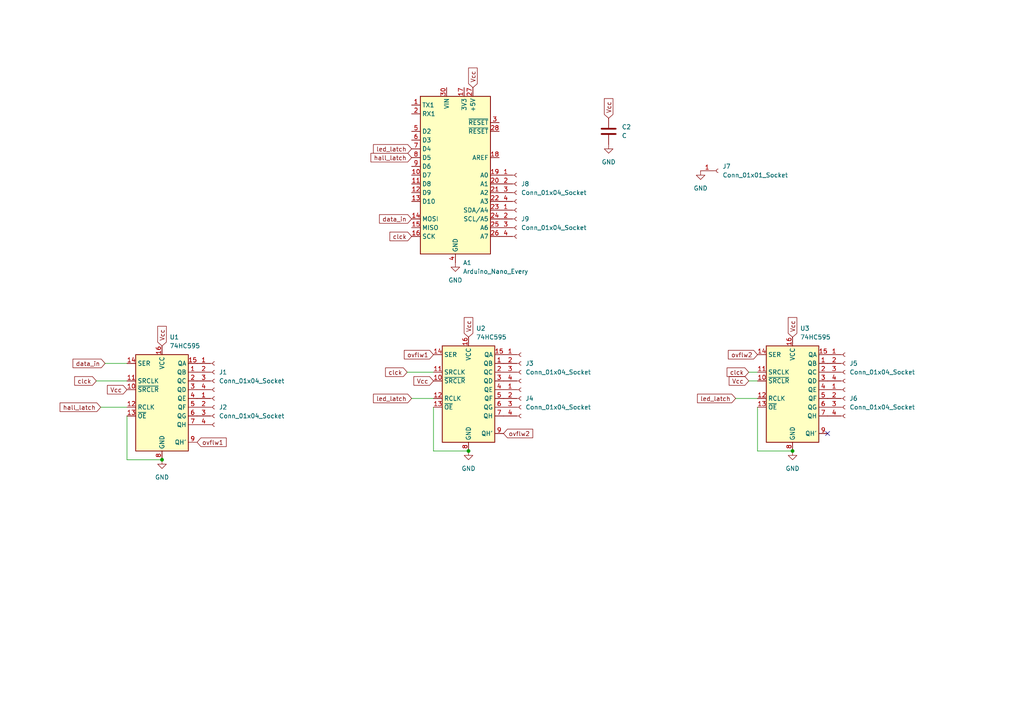
<source format=kicad_sch>
(kicad_sch (version 20230121) (generator eeschema)
  (paper "A4")
  (lib_symbols
    (symbol "74xx:74HC595"
      (property "Reference" "U" (at -7.62 13.97 0))
      (property "Value" "74HC595" (at -7.62 -16.51 0))
      (symbol "74HC595_1_0"
        (pin tri_state line (at 10.16 7.62 180) (length 2.54) (name "QB") (number "1"))
        (pin input line (at -10.16 2.54 0) (length 2.54) (name "~{SRCLR}") (number "10"))
        (pin input line (at -10.16 5.08 0) (length 2.54) (name "SRCLK") (number "11"))
        (pin input line (at -10.16 -2.54 0) (length 2.54) (name "RCLK") (number "12"))
        (pin input line (at -10.16 -5.08 0) (length 2.54) (name "~{OE}") (number "13"))
        (pin input line (at -10.16 10.16 0) (length 2.54) (name "SER") (number "14"))
        (pin tri_state line (at 10.16 10.16 180) (length 2.54) (name "QA") (number "15"))
        (pin power_in line (at 0 15.24 270) (length 2.54) (name "VCC") (number "16"))
        (pin tri_state line (at 10.16 5.08 180) (length 2.54) (name "QC") (number "2"))
        (pin tri_state line (at 10.16 2.54 180) (length 2.54) (name "QD") (number "3"))
        (pin tri_state line (at 10.16 0 180) (length 2.54) (name "QE") (number "4"))
        (pin tri_state line (at 10.16 -2.54 180) (length 2.54) (name "QF") (number "5"))
        (pin tri_state line (at 10.16 -5.08 180) (length 2.54) (name "QG") (number "6"))
        (pin tri_state line (at 10.16 -7.62 180) (length 2.54) (name "QH") (number "7"))
        (pin power_in line (at 0 -17.78 90) (length 2.54) (name "GND") (number "8"))
        (pin output line (at 10.16 -12.7 180) (length 2.54) (name "QH'") (number "9"))
      )
      (symbol "74HC595_1_1"
        (rectangle (start -7.62 12.7) (end 7.62 -15.24) (stroke (width 0.254)) (fill (type background)))
      )
    )
    (symbol "Connector:Conn_01x01_Socket" (pin_names (offset 1.016) hide)
      (property "Reference" "J" (at 0 2.54 0))
      (property "Value" "Conn_01x01_Socket" (at 0 -2.54 0))
      (symbol "Conn_01x01_Socket_1_1"
        (polyline (pts (xy -1.27 0) (xy -0.508 0)) (stroke (width 0.1524)))
        (arc (start 0 0.508) (mid -0.5058 0) (end 0 -0.508) (stroke (width 0.1524)))
        (pin passive line (at -5.08 0 0) (length 3.81) (name "Pin_1") (number "1"))
      )
    )
    (symbol "Connector:Conn_01x04_Socket" (pin_names (offset 1.016) hide)
      (property "Reference" "J" (at 0 5.08 0))
      (property "Value" "Conn_01x04_Socket" (at 0 -7.62 0))
      (symbol "Conn_01x04_Socket_1_1"
        (arc (start 0 -4.572) (mid -0.5058 -5.08) (end 0 -5.588) (stroke (width 0.1524)))
        (arc (start 0 -2.032) (mid -0.5058 -2.54) (end 0 -3.048) (stroke (width 0.1524)))
        (polyline (pts (xy -1.27 -5.08) (xy -0.508 -5.08)) (stroke (width 0.1524)))
        (polyline (pts (xy -1.27 -2.54) (xy -0.508 -2.54)) (stroke (width 0.1524)))
        (polyline (pts (xy -1.27 0) (xy -0.508 0)) (stroke (width 0.1524)))
        (polyline (pts (xy -1.27 2.54) (xy -0.508 2.54)) (stroke (width 0.1524)))
        (arc (start 0 0.508) (mid -0.5058 0) (end 0 -0.508) (stroke (width 0.1524)))
        (arc (start 0 3.048) (mid -0.5058 2.54) (end 0 2.032) (stroke (width 0.1524)))
        (pin passive line (at -5.08 2.54 0) (length 3.81) (name "Pin_1") (number "1"))
        (pin passive line (at -5.08 0 0) (length 3.81) (name "Pin_2") (number "2"))
        (pin passive line (at -5.08 -2.54 0) (length 3.81) (name "Pin_3") (number "3"))
        (pin passive line (at -5.08 -5.08 0) (length 3.81) (name "Pin_4") (number "4"))
      )
    )
    (symbol "Device:C" (pin_numbers hide) (pin_names (offset 0.254))
      (property "Reference" "C" (at 0.635 2.54 0))
      (property "Value" "C" (at 0.635 -2.54 0))
      (symbol "C_0_1"
        (polyline (pts (xy -2.032 -0.762) (xy 2.032 -0.762)) (stroke (width 0.508)))
        (polyline (pts (xy -2.032 0.762) (xy 2.032 0.762)) (stroke (width 0.508)))
      )
      (symbol "C_1_1"
        (pin passive line (at 0 3.81 270) (length 2.794) (name "~") (number "1"))
        (pin passive line (at 0 -3.81 90) (length 2.794) (name "~") (number "2"))
      )
    )
    (symbol "MCU_Module:Arduino_Nano_Every"
      (property "Reference" "A" (at -10.16 23.495 0))
      (property "Value" "Arduino_Nano_Every" (at 5.08 -24.13 0))
      (symbol "Arduino_Nano_Every_0_1"
        (rectangle (start -10.16 22.86) (end 10.16 -22.86) (stroke (width 0.254)) (fill (type background)))
      )
      (symbol "Arduino_Nano_Every_1_1"
        (pin bidirectional line (at -12.7 20.32 0) (length 2.54) (name "TX1") (number "1"))
        (pin bidirectional line (at -12.7 0 0) (length 2.54) (name "D7") (number "10"))
        (pin bidirectional line (at -12.7 -2.54 0) (length 2.54) (name "D8") (number "11"))
        (pin bidirectional line (at -12.7 -5.08 0) (length 2.54) (name "D9") (number "12"))
        (pin bidirectional line (at -12.7 -7.62 0) (length 2.54) (name "D10") (number "13"))
        (pin bidirectional line (at -12.7 -12.7 0) (length 2.54) (name "MOSI") (number "14"))
        (pin bidirectional line (at -12.7 -15.24 0) (length 2.54) (name "MISO") (number "15"))
        (pin bidirectional line (at -12.7 -17.78 0) (length 2.54) (name "SCK") (number "16"))
        (pin power_out line (at 2.54 25.4 270) (length 2.54) (name "3V3") (number "17"))
        (pin input line (at 12.7 5.08 180) (length 2.54) (name "AREF") (number "18"))
        (pin bidirectional line (at 12.7 0 180) (length 2.54) (name "A0") (number "19"))
        (pin bidirectional line (at -12.7 17.78 0) (length 2.54) (name "RX1") (number "2"))
        (pin bidirectional line (at 12.7 -2.54 180) (length 2.54) (name "A1") (number "20"))
        (pin bidirectional line (at 12.7 -5.08 180) (length 2.54) (name "A2") (number "21"))
        (pin bidirectional line (at 12.7 -7.62 180) (length 2.54) (name "A3") (number "22"))
        (pin bidirectional line (at 12.7 -10.16 180) (length 2.54) (name "SDA/A4") (number "23"))
        (pin bidirectional line (at 12.7 -12.7 180) (length 2.54) (name "SCL/A5") (number "24"))
        (pin bidirectional line (at 12.7 -15.24 180) (length 2.54) (name "A6") (number "25"))
        (pin bidirectional line (at 12.7 -17.78 180) (length 2.54) (name "A7") (number "26"))
        (pin power_out line (at 5.08 25.4 270) (length 2.54) (name "+5V") (number "27"))
        (pin input line (at 12.7 12.7 180) (length 2.54) (name "~{RESET}") (number "28"))
        (pin passive line (at 0 -25.4 90) (length 2.54) hide (name "GND") (number "29"))
        (pin input line (at 12.7 15.24 180) (length 2.54) (name "~{RESET}") (number "3"))
        (pin power_in line (at -2.54 25.4 270) (length 2.54) (name "VIN") (number "30"))
        (pin power_in line (at 0 -25.4 90) (length 2.54) (name "GND") (number "4"))
        (pin bidirectional line (at -12.7 12.7 0) (length 2.54) (name "D2") (number "5"))
        (pin bidirectional line (at -12.7 10.16 0) (length 2.54) (name "D3") (number "6"))
        (pin bidirectional line (at -12.7 7.62 0) (length 2.54) (name "D4") (number "7"))
        (pin bidirectional line (at -12.7 5.08 0) (length 2.54) (name "D5") (number "8"))
        (pin bidirectional line (at -12.7 2.54 0) (length 2.54) (name "D6") (number "9"))
      )
    )
    (symbol "power:GND" (power) (pin_names (offset 0))
      (property "Value" "GND" (at 0 -3.81 0))
      (symbol "GND_0_1"
        (polyline (pts (xy 0 0) (xy 0 -1.27) (xy 1.27 -1.27) (xy 0 -2.54) (xy -1.27 -1.27) (xy 0 -1.27)))
      )
      (symbol "GND_1_1"
        (pin power_in line (at 0 0 270) (length 0) hide (name "GND") (number "1"))
      )
    )
  )
  (junction (at 135.89 130.81))
  (junction (at 46.99 133.35))
  (junction (at 229.87 130.81))
  (no_connect (at 240.03 125.73))
  (wire (pts (xy 29.21 118.11) (xy 36.83 118.11)))
  (wire (pts (xy 125.73 118.11) (xy 125.73 130.81)))
  (wire (pts (xy 36.83 120.65) (xy 36.83 133.35)))
  (wire (pts (xy 119.38 115.57) (xy 125.73 115.57)))
  (wire (pts (xy 125.73 130.81) (xy 135.89 130.81)))
  (wire (pts (xy 213.36 115.57) (xy 219.71 115.57)))
  (wire (pts (xy 219.71 118.11) (xy 219.71 130.81)))
  (wire (pts (xy 30.48 105.41) (xy 36.83 105.41)))
  (wire (pts (xy 118.11 107.95) (xy 125.73 107.95)))
  (wire (pts (xy 217.17 107.95) (xy 219.71 107.95)))
  (wire (pts (xy 36.83 133.35) (xy 46.99 133.35)))
  (wire (pts (xy 217.17 110.49) (xy 219.71 110.49)))
  (wire (pts (xy 27.94 110.49) (xy 36.83 110.49)))
  (wire (pts (xy 219.71 130.81) (xy 229.87 130.81)))
  (global_label "Vcc" (shape input) (at 176.53 34.29 90) (property "Intersheetrefs" "${INTERSHEET_REFS}" (effects hide)))
  (global_label "Vcc" (shape input) (at 125.73 110.49 180) (property "Intersheetrefs" "${INTERSHEET_REFS}" (effects hide)))
  (global_label "Vcc" (shape input) (at 217.17 110.49 180) (property "Intersheetrefs" "${INTERSHEET_REFS}" (effects hide)))
  (global_label "clck" (shape input) (at 27.94 110.49 180) (property "Intersheetrefs" "${INTERSHEET_REFS}" (effects hide)))
  (global_label "clck" (shape input) (at 217.17 107.95 180) (property "Intersheetrefs" "${INTERSHEET_REFS}" (effects hide)))
  (global_label "data_in" (shape input) (at 119.38 63.5 180) (property "Intersheetrefs" "${INTERSHEET_REFS}" (effects hide)))
  (global_label "data_in" (shape input) (at 30.48 105.41 180) (property "Intersheetrefs" "${INTERSHEET_REFS}" (effects hide)))
  (global_label "Vcc" (shape input) (at 36.83 113.03 180) (property "Intersheetrefs" "${INTERSHEET_REFS}" (effects hide)))
  (global_label "hall_latch" (shape input) (at 119.38 45.72 180) (property "Intersheetrefs" "${INTERSHEET_REFS}" (effects hide)))
  (global_label "led_latch" (shape input) (at 119.38 43.18 180) (property "Intersheetrefs" "${INTERSHEET_REFS}" (effects hide)))
  (global_label "hall_latch" (shape input) (at 29.21 118.11 180) (property "Intersheetrefs" "${INTERSHEET_REFS}" (effects hide)))
  (global_label "led_latch" (shape input) (at 119.38 115.57 180) (property "Intersheetrefs" "${INTERSHEET_REFS}" (effects hide)))
  (global_label "Vcc" (shape input) (at 229.87 97.79 90) (property "Intersheetrefs" "${INTERSHEET_REFS}" (effects hide)))
  (global_label "Vcc" (shape input) (at 135.89 97.79 90) (property "Intersheetrefs" "${INTERSHEET_REFS}" (effects hide)))
  (global_label "Vcc" (shape input) (at 137.16 25.4 90) (property "Intersheetrefs" "${INTERSHEET_REFS}" (effects hide)))
  (global_label "Vcc" (shape input) (at 46.99 100.33 90) (property "Intersheetrefs" "${INTERSHEET_REFS}" (effects hide)))
  (global_label "ovflw1" (shape input) (at 57.15 128.27 0) (property "Intersheetrefs" "${INTERSHEET_REFS}" (effects hide)))
  (global_label "clck" (shape input) (at 119.38 68.58 180) (property "Intersheetrefs" "${INTERSHEET_REFS}" (effects hide)))
  (global_label "ovflw2" (shape input) (at 146.05 125.73 0) (property "Intersheetrefs" "${INTERSHEET_REFS}" (effects hide)))
  (global_label "ovflw1" (shape input) (at 125.73 102.87 180) (property "Intersheetrefs" "${INTERSHEET_REFS}" (effects hide)))
  (global_label "ovflw2" (shape input) (at 219.71 102.87 180) (property "Intersheetrefs" "${INTERSHEET_REFS}" (effects hide)))
  (global_label "clck" (shape input) (at 118.11 107.95 180) (property "Intersheetrefs" "${INTERSHEET_REFS}" (effects hide)))
  (global_label "led_latch" (shape input) (at 213.36 115.57 180) (property "Intersheetrefs" "${INTERSHEET_REFS}" (effects hide)))
  (symbol (lib_id "74xx:74HC595") (at 135.89 113.03 0) (unit 1)
    (property "Reference" "U2" (at 138.0841 95.25 0) (effects (justify left)))
    (property "Value" "74HC595" (at 138.0841 97.79 0) (effects (justify left)))
    (property "Footprint" "Package_DIP:DIP-16_W7.62mm_Socket" (effects hide))
    (property "Datasheet" "http://www.ti.com/lit/ds/symlink/sn74hc595.pdf" (effects hide))
  )
  (symbol (lib_id "power:GND") (at 46.99 133.35 0) (unit 1)
    (property "Reference" "#PWR01" (effects hide))
    (property "Value" "GND" (at 46.99 138.43 0))
  )
  (symbol (lib_id "Connector:Conn_01x04_Socket") (at 245.11 105.41 0) (unit 1)
    (property "Reference" "J5" (at 246.38 105.41 0) (effects (justify left)))
    (property "Value" "Conn_01x04_Socket" (at 246.38 107.95 0) (effects (justify left)))
    (property "Footprint" "Connector_JST:JST_PH_B4B-PH-K_1x04_P2.00mm_Vertical" (effects hide))
  )
  (symbol (lib_id "Device:C") (at 176.53 38.1 0) (unit 1)
    (property "Reference" "C2" (at 180.34 36.83 0) (effects (justify left)))
    (property "Value" "C" (at 180.34 39.37 0) (effects (justify left)))
    (property "Footprint" "Capacitor_THT:C_Disc_D3.8mm_W2.6mm_P2.50mm" (effects hide))
  )
  (symbol (lib_id "Connector:Conn_01x04_Socket") (at 151.13 115.57 0) (unit 1)
    (property "Reference" "J4" (at 152.4 115.57 0) (effects (justify left)))
    (property "Value" "Conn_01x04_Socket" (at 152.4 118.11 0) (effects (justify left)))
    (property "Footprint" "Connector_JST:JST_PH_B4B-PH-K_1x04_P2.00mm_Vertical" (effects hide))
  )
  (symbol (lib_id "Connector:Conn_01x01_Socket") (at 208.28 49.53 0) (unit 1)
    (property "Reference" "J7" (at 209.55 48.26 0) (effects (justify left)))
    (property "Value" "Conn_01x01_Socket" (at 209.55 50.8 0) (effects (justify left)))
    (property "Footprint" "Connector_PinHeader_2.54mm:PinHeader_1x01_P2.54mm_Horizontal" (effects hide))
  )
  (symbol (lib_id "Connector:Conn_01x04_Socket") (at 151.13 105.41 0) (unit 1)
    (property "Reference" "J3" (at 152.4 105.41 0) (effects (justify left)))
    (property "Value" "Conn_01x04_Socket" (at 152.4 107.95 0) (effects (justify left)))
    (property "Footprint" "Connector_JST:JST_PH_B4B-PH-K_1x04_P2.00mm_Vertical" (effects hide))
  )
  (symbol (lib_id "power:GND") (at 135.89 130.81 0) (unit 1)
    (property "Reference" "#PWR02" (effects hide))
    (property "Value" "GND" (at 135.89 135.89 0))
  )
  (symbol (lib_id "74xx:74HC595") (at 229.87 113.03 0) (unit 1)
    (property "Reference" "U3" (at 232.0641 95.25 0) (effects (justify left)))
    (property "Value" "74HC595" (at 232.0641 97.79 0) (effects (justify left)))
    (property "Footprint" "Package_DIP:DIP-16_W7.62mm_Socket" (effects hide))
    (property "Datasheet" "http://www.ti.com/lit/ds/symlink/sn74hc595.pdf" (effects hide))
  )
  (symbol (lib_id "MCU_Module:Arduino_Nano_Every") (at 132.08 50.8 0) (unit 1)
    (property "Reference" "A1" (at 134.2741 76.2 0) (effects (justify left)))
    (property "Value" "Arduino_Nano_Every" (at 134.2741 78.74 0) (effects (justify left)))
    (property "Footprint" "Module:Arduino_Nano" (effects hide))
    (property "Datasheet" "https://content.arduino.cc/assets/NANOEveryV3.0_sch.pdf" (effects hide))
  )
  (symbol (lib_id "74xx:74HC595") (at 46.99 115.57 0) (unit 1)
    (property "Reference" "U1" (at 49.1841 97.79 0) (effects (justify left)))
    (property "Value" "74HC595" (at 49.1841 100.33 0) (effects (justify left)))
    (property "Footprint" "Package_DIP:DIP-16_W7.62mm_Socket" (effects hide))
    (property "Datasheet" "http://www.ti.com/lit/ds/symlink/sn74hc595.pdf" (effects hide))
  )
  (symbol (lib_id "Connector:Conn_01x04_Socket") (at 149.86 63.5 0) (unit 1)
    (property "Reference" "J9" (at 151.13 63.5 0) (effects (justify left)))
    (property "Value" "Conn_01x04_Socket" (at 151.13 66.04 0) (effects (justify left)))
    (property "Footprint" "Connector_JST:JST_PH_B4B-PH-K_1x04_P2.00mm_Vertical" (effects hide))
  )
  (symbol (lib_id "Connector:Conn_01x04_Socket") (at 245.11 115.57 0) (unit 1)
    (property "Reference" "J6" (at 246.38 115.57 0) (effects (justify left)))
    (property "Value" "Conn_01x04_Socket" (at 246.38 118.11 0) (effects (justify left)))
    (property "Footprint" "Connector_JST:JST_PH_B4B-PH-K_1x04_P2.00mm_Vertical" (effects hide))
  )
  (symbol (lib_id "Connector:Conn_01x04_Socket") (at 149.86 53.34 0) (unit 1)
    (property "Reference" "J8" (at 151.13 53.34 0) (effects (justify left)))
    (property "Value" "Conn_01x04_Socket" (at 151.13 55.88 0) (effects (justify left)))
    (property "Footprint" "Connector_JST:JST_PH_B4B-PH-K_1x04_P2.00mm_Vertical" (effects hide))
  )
  (symbol (lib_id "power:GND") (at 132.08 76.2 0) (unit 1)
    (property "Reference" "#PWR010" (effects hide))
    (property "Value" "GND" (at 132.08 81.28 0))
  )
  (symbol (lib_id "power:GND") (at 176.53 41.91 0) (unit 1)
    (property "Reference" "#PWR05" (effects hide))
    (property "Value" "GND" (at 176.53 46.99 0))
  )
  (symbol (lib_id "Connector:Conn_01x04_Socket") (at 62.23 118.11 0) (unit 1)
    (property "Reference" "J2" (at 63.5 118.11 0) (effects (justify left)))
    (property "Value" "Conn_01x04_Socket" (at 63.5 120.65 0) (effects (justify left)))
    (property "Footprint" "Connector_JST:JST_PH_B4B-PH-K_1x04_P2.00mm_Vertical" (effects hide))
  )
  (symbol (lib_id "power:GND") (at 229.87 130.81 0) (unit 1)
    (property "Reference" "#PWR03" (effects hide))
    (property "Value" "GND" (at 229.87 135.89 0))
  )
  (symbol (lib_id "Connector:Conn_01x04_Socket") (at 62.23 107.95 0) (unit 1)
    (property "Reference" "J1" (at 63.5 107.95 0) (effects (justify left)))
    (property "Value" "Conn_01x04_Socket" (at 63.5 110.49 0) (effects (justify left)))
    (property "Footprint" "Connector_JST:JST_PH_B4B-PH-K_1x04_P2.00mm_Vertical" (effects hide))
  )
  (symbol (lib_id "power:GND") (at 203.2 49.53 0) (unit 1)
    (property "Reference" "#PWR04" (effects hide))
    (property "Value" "GND" (at 203.2 54.61 0))
  )
)
</source>
